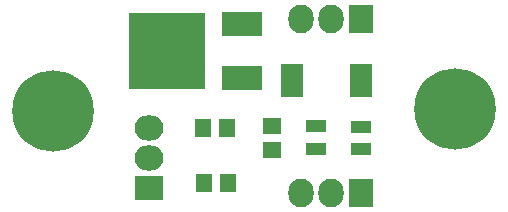
<source format=gts>
G04 #@! TF.FileFunction,Soldermask,Top*
%FSLAX46Y46*%
G04 Gerber Fmt 4.6, Leading zero omitted, Abs format (unit mm)*
G04 Created by KiCad (PCBNEW 4.0.1-stable) date Wednesday, June 29, 2016 'PMt' 09:03:30 PM*
%MOMM*%
G01*
G04 APERTURE LIST*
%ADD10C,0.100000*%
%ADD11R,1.400000X1.650000*%
%ADD12R,3.448000X2.051000*%
%ADD13R,6.496000X6.496000*%
%ADD14R,1.650000X1.400000*%
%ADD15R,2.127200X2.432000*%
%ADD16O,2.127200X2.432000*%
%ADD17R,1.700000X1.100000*%
%ADD18R,2.432000X2.127200*%
%ADD19O,2.432000X2.127200*%
%ADD20R,1.850000X0.850000*%
%ADD21C,6.900000*%
G04 APERTURE END LIST*
D10*
D11*
X182400000Y-99510000D03*
X184400000Y-99510000D03*
D12*
X185600000Y-90616000D03*
D13*
X179250000Y-88330000D03*
D12*
X185600000Y-86044000D03*
D11*
X182350000Y-94860000D03*
X184350000Y-94860000D03*
D14*
X188140000Y-94720000D03*
X188140000Y-96720000D03*
D15*
X195690000Y-85670000D03*
D16*
X193150000Y-85670000D03*
X190610000Y-85670000D03*
D15*
X195650000Y-100340000D03*
D16*
X193110000Y-100340000D03*
X190570000Y-100340000D03*
D17*
X191880000Y-94730000D03*
X191880000Y-96630000D03*
X195720000Y-96670000D03*
X195720000Y-94770000D03*
D18*
X177760000Y-99920000D03*
D19*
X177760000Y-97380000D03*
X177760000Y-94840000D03*
D20*
X195720000Y-91820000D03*
X195720000Y-91170000D03*
X195720000Y-90520000D03*
X195720000Y-89870000D03*
X189820000Y-89870000D03*
X189820000Y-90520000D03*
X189820000Y-91170000D03*
X189820000Y-91820000D03*
D21*
X203640000Y-93280000D03*
X169600000Y-93470000D03*
M02*

</source>
